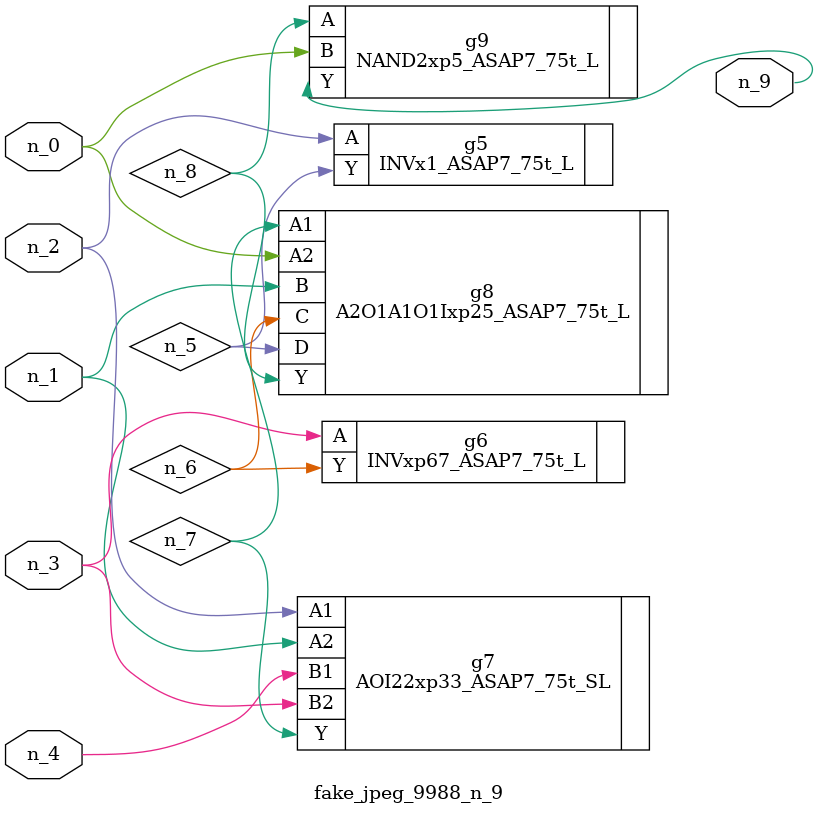
<source format=v>
module fake_jpeg_9988_n_9 (n_3, n_2, n_1, n_0, n_4, n_9);

input n_3;
input n_2;
input n_1;
input n_0;
input n_4;

output n_9;

wire n_8;
wire n_6;
wire n_5;
wire n_7;

INVx1_ASAP7_75t_L g5 ( 
.A(n_2),
.Y(n_5)
);

INVxp67_ASAP7_75t_L g6 ( 
.A(n_3),
.Y(n_6)
);

AOI22xp33_ASAP7_75t_SL g7 ( 
.A1(n_2),
.A2(n_1),
.B1(n_4),
.B2(n_3),
.Y(n_7)
);

A2O1A1O1Ixp25_ASAP7_75t_L g8 ( 
.A1(n_7),
.A2(n_0),
.B(n_1),
.C(n_6),
.D(n_5),
.Y(n_8)
);

NAND2xp5_ASAP7_75t_L g9 ( 
.A(n_8),
.B(n_0),
.Y(n_9)
);


endmodule
</source>
